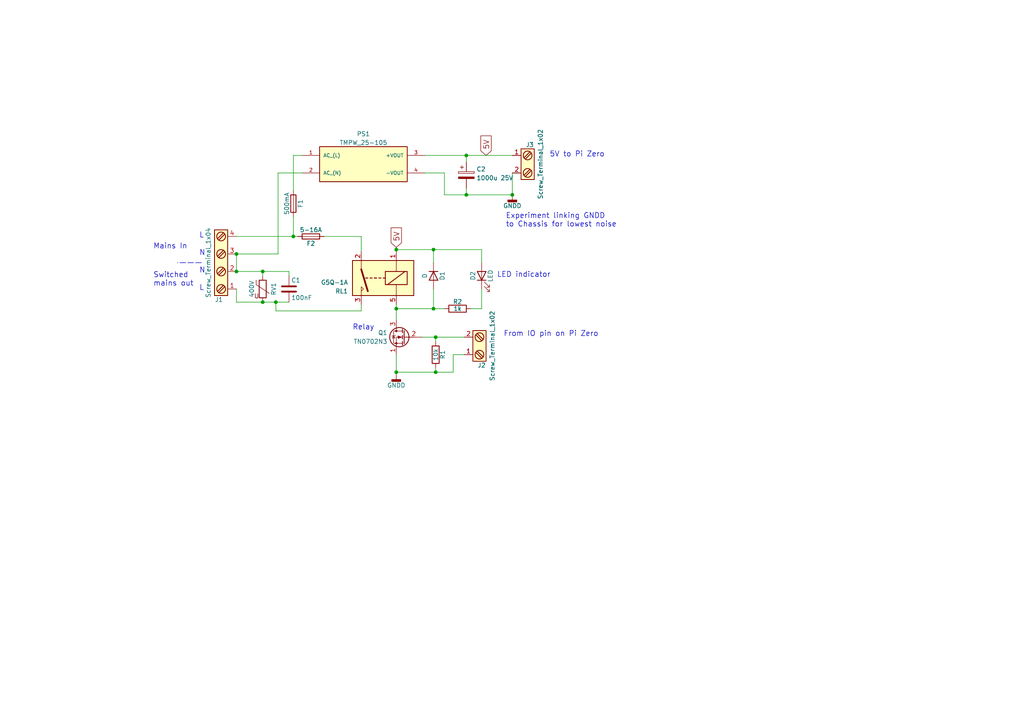
<source format=kicad_sch>
(kicad_sch (version 20211123) (generator eeschema)
  (paper "A4")
  (lib_symbols
    (symbol "Device:C" (pin_numbers hide) (pin_names (offset 0.254))
      (property "Reference" "C" (at 0.635 2.54 0))
      (property "Value" "C" (at 0.635 -2.54 0))
      (symbol "C_0_1"
        (polyline (pts (xy -2.032 -0.762) (xy 2.032 -0.762)) (stroke (width 0.508)))
        (polyline (pts (xy -2.032 0.762) (xy 2.032 0.762)) (stroke (width 0.508)))
      )
      (symbol "C_1_1"
        (pin passive line (at 0 3.81 270) (length 2.794) (name "~") (number "1"))
        (pin passive line (at 0 -3.81 90) (length 2.794) (name "~") (number "2"))
      )
    )
    (symbol "Device:C_Polarized" (pin_numbers hide) (pin_names (offset 0.254))
      (property "Reference" "C" (at 0.635 2.54 0))
      (property "Value" "C_Polarized" (at 0.635 -2.54 0))
      (symbol "C_Polarized_0_1"
        (rectangle (start -2.286 0.508) (end 2.286 1.016))
        (polyline (pts (xy -1.778 2.286) (xy -0.762 2.286)))
        (polyline (pts (xy -1.27 2.794) (xy -1.27 1.778)))
        (rectangle (start 2.286 -0.508) (end -2.286 -1.016) (fill (type outline)))
      )
      (symbol "C_Polarized_1_1"
        (pin passive line (at 0 3.81 270) (length 2.794) (name "~") (number "1"))
        (pin passive line (at 0 -3.81 90) (length 2.794) (name "~") (number "2"))
      )
    )
    (symbol "Device:D" (pin_numbers hide) (pin_names (offset 1.016) hide)
      (property "Reference" "D" (at 0 2.54 0))
      (property "Value" "D" (at 0 -2.54 0))
      (symbol "D_0_1"
        (polyline (pts (xy -1.27 1.27) (xy -1.27 -1.27)) (stroke (width 0.254)))
        (polyline (pts (xy 1.27 0) (xy -1.27 0)))
        (polyline (pts (xy 1.27 1.27) (xy 1.27 -1.27) (xy -1.27 0) (xy 1.27 1.27)) (stroke (width 0.254)))
      )
      (symbol "D_1_1"
        (pin passive line (at -3.81 0 0) (length 2.54) (name "K") (number "1"))
        (pin passive line (at 3.81 0 180) (length 2.54) (name "A") (number "2"))
      )
    )
    (symbol "Device:Fuse" (pin_numbers hide) (pin_names (offset 0))
      (property "Reference" "F" (at 2.032 0 90))
      (property "Value" "Fuse" (at -1.905 0 90))
      (symbol "Fuse_0_1"
        (rectangle (start -0.762 -2.54) (end 0.762 2.54) (stroke (width 0.254)))
        (polyline (pts (xy 0 2.54) (xy 0 -2.54)))
      )
      (symbol "Fuse_1_1"
        (pin passive line (at 0 3.81 270) (length 1.27) (name "~") (number "1"))
        (pin passive line (at 0 -3.81 90) (length 1.27) (name "~") (number "2"))
      )
    )
    (symbol "Device:LED" (pin_numbers hide) (pin_names (offset 1.016) hide)
      (property "Reference" "D" (at 0 2.54 0))
      (property "Value" "LED" (at 0 -2.54 0))
      (symbol "LED_0_1"
        (polyline (pts (xy -1.27 -1.27) (xy -1.27 1.27)) (stroke (width 0.254)))
        (polyline (pts (xy -1.27 0) (xy 1.27 0)))
        (polyline (pts (xy 1.27 -1.27) (xy 1.27 1.27) (xy -1.27 0) (xy 1.27 -1.27)) (stroke (width 0.254)))
        (polyline (pts (xy -3.048 -0.762) (xy -4.572 -2.286) (xy -3.81 -2.286) (xy -4.572 -2.286) (xy -4.572 -1.524)))
        (polyline (pts (xy -1.778 -0.762) (xy -3.302 -2.286) (xy -2.54 -2.286) (xy -3.302 -2.286) (xy -3.302 -1.524)))
      )
      (symbol "LED_1_1"
        (pin passive line (at -3.81 0 0) (length 2.54) (name "K") (number "1"))
        (pin passive line (at 3.81 0 180) (length 2.54) (name "A") (number "2"))
      )
    )
    (symbol "Device:Q_NMOS_SGD" (pin_names (offset 0) hide)
      (property "Reference" "Q" (at 5.08 1.27 0))
      (property "Value" "Q_NMOS_SGD" (at 5.08 -1.27 0))
      (symbol "Q_NMOS_SGD_0_1"
        (polyline (pts (xy 0.254 0) (xy -2.54 0)))
        (polyline (pts (xy 0.254 1.905) (xy 0.254 -1.905)) (stroke (width 0.254)))
        (polyline (pts (xy 0.762 -1.27) (xy 0.762 -2.286)) (stroke (width 0.254)))
        (polyline (pts (xy 0.762 0.508) (xy 0.762 -0.508)) (stroke (width 0.254)))
        (polyline (pts (xy 0.762 2.286) (xy 0.762 1.27)) (stroke (width 0.254)))
        (polyline (pts (xy 2.54 2.54) (xy 2.54 1.778)))
        (polyline (pts (xy 2.54 -2.54) (xy 2.54 0) (xy 0.762 0)))
        (polyline (pts (xy 0.762 -1.778) (xy 3.302 -1.778) (xy 3.302 1.778) (xy 0.762 1.778)))
        (polyline (pts (xy 1.016 0) (xy 2.032 0.381) (xy 2.032 -0.381) (xy 1.016 0)) (fill (type outline)))
        (polyline (pts (xy 2.794 0.508) (xy 2.921 0.381) (xy 3.683 0.381) (xy 3.81 0.254)))
        (polyline (pts (xy 3.302 0.381) (xy 2.921 -0.254) (xy 3.683 -0.254) (xy 3.302 0.381)))
        (circle (center 1.651 0) (radius 2.794) (stroke (width 0.254)))
        (circle (center 2.54 -1.778) (radius 0.254) (fill (type outline)))
        (circle (center 2.54 1.778) (radius 0.254) (fill (type outline)))
      )
      (symbol "Q_NMOS_SGD_1_1"
        (pin passive line (at 2.54 -5.08 90) (length 2.54) (name "S") (number "1"))
        (pin input line (at -5.08 0 0) (length 5.08) (name "G") (number "2"))
        (pin passive line (at 2.54 5.08 270) (length 2.54) (name "D") (number "3"))
      )
    )
    (symbol "Device:R" (pin_numbers hide) (pin_names (offset 0))
      (property "Reference" "R" (at 2.032 0 90))
      (property "Value" "R" (at 0 0 90))
      (symbol "R_0_1"
        (rectangle (start -1.016 -2.54) (end 1.016 2.54) (stroke (width 0.254)))
      )
      (symbol "R_1_1"
        (pin passive line (at 0 3.81 270) (length 1.27) (name "~") (number "1"))
        (pin passive line (at 0 -3.81 90) (length 1.27) (name "~") (number "2"))
      )
    )
    (symbol "Device:Varistor" (pin_numbers hide) (pin_names (offset 0))
      (property "Reference" "RV" (at 3.175 0 90))
      (property "Value" "Varistor" (at -3.175 0 90))
      (symbol "Varistor_0_0"
        (text "U" (at -1.778 -2.032 0) (effects (font (size 1.27 1.27))))
      )
      (symbol "Varistor_0_1"
        (rectangle (start -1.016 -2.54) (end 1.016 2.54) (stroke (width 0.254)))
        (polyline (pts (xy -1.905 2.54) (xy -1.905 1.27) (xy 1.905 -1.27)))
      )
      (symbol "Varistor_1_1"
        (pin passive line (at 0 3.81 270) (length 1.27) (name "~") (number "1"))
        (pin passive line (at 0 -3.81 90) (length 1.27) (name "~") (number "2"))
      )
    )
    (symbol "External:TMPW_25-105" (pin_names (offset 1.016))
      (property "Reference" "PS" (at -12.7 5.842 0))
      (property "Value" "TMPW_25-105" (at -12.7 -7.62 0))
      (symbol "TMPW_25-105_0_0"
        (rectangle (start -12.7 -5.08) (end 12.7 5.08) (stroke (width 0.254)) (fill (type background)))
        (pin input line (at -17.78 2.54 0) (length 5.08) (name "AC_(L)") (number "1"))
        (pin input line (at -17.78 -2.54 0) (length 5.08) (name "AC_(N)") (number "2"))
        (pin output line (at 17.78 2.54 180) (length 5.08) (name "+VOUT") (number "3"))
        (pin output line (at 17.78 -2.54 180) (length 5.08) (name "-VOUT") (number "4"))
      )
    )
    (symbol "PowerSupply-rescue:G5Q-1A" (pin_names (offset 1.016))
      (property "Reference" "K" (at 13.97 8.89 0))
      (property "Value" "G5Q-1A" (at 13.97 6.35 0))
      (symbol "G5Q-1A_0_0"
        (polyline (pts (xy 10.16 8.89) (xy 10.16 10.16)))
        (polyline (pts (xy 10.16 8.89) (xy 10.16 7.62) (xy 9.525 8.255) (xy 10.16 8.89)))
      )
      (symbol "G5Q-1A_0_1"
        (rectangle (start -5.08 10.16) (end 12.7 0) (stroke (width 0.254)) (fill (type background)))
        (rectangle (start -3.175 6.985) (end 3.175 3.175) (stroke (width 0.254)))
        (polyline (pts (xy -2.54 3.175) (xy 2.54 6.985)) (stroke (width 0.254)))
        (polyline (pts (xy 0 0) (xy 0 3.175)))
        (polyline (pts (xy 0 10.16) (xy 0 6.985)))
        (polyline (pts (xy 3.175 5.08) (xy 3.81 5.08)) (stroke (width 0.254)))
        (polyline (pts (xy 4.445 5.08) (xy 5.08 5.08)) (stroke (width 0.254)))
        (polyline (pts (xy 5.715 5.08) (xy 6.35 5.08)) (stroke (width 0.254)))
        (polyline (pts (xy 5.715 5.08) (xy 6.35 5.08)) (stroke (width 0.254)))
        (polyline (pts (xy 6.985 5.08) (xy 7.62 5.08)) (stroke (width 0.254)))
        (polyline (pts (xy 8.255 5.08) (xy 8.89 5.08)) (stroke (width 0.254)))
        (polyline (pts (xy 10.16 2.54) (xy 8.255 8.89)) (stroke (width 0.508)))
        (polyline (pts (xy 10.16 2.54) (xy 10.16 0)))
      )
      (symbol "G5Q-1A_1_1"
        (pin passive line (at 0 -2.54 90) (length 2.54) (name "~") (number "1"))
        (pin passive line (at 10.16 -2.54 90) (length 2.54) (name "~") (number "2"))
        (pin passive line (at 10.16 12.7 270) (length 2.54) (name "~") (number "3"))
        (pin passive line (at 0 12.7 270) (length 2.54) (name "~") (number "5"))
      )
    )
    (symbol "PowerSupply-rescue:Screw_Terminal_1x02" (pin_names (offset 0.762) hide)
      (property "Reference" "J" (at 0 6.35 0))
      (property "Value" "Screw_Terminal_1x02" (at -3.81 0 90))
      (symbol "Screw_Terminal_1x02_0_1"
        (rectangle (start -1.27 4.445) (end 2.54 -4.445) (stroke (width 0.254)) (fill (type background)))
        (polyline (pts (xy -0.381 -1.905) (xy 1.27 -3.556)) (stroke (width 0.254)))
        (polyline (pts (xy 0 3.556) (xy 1.651 1.905)) (stroke (width 0.254)))
        (polyline (pts (xy 1.27 1.524) (xy -0.381 3.175)) (stroke (width 0.254)))
        (polyline (pts (xy 1.651 -3.175) (xy 0 -1.524)) (stroke (width 0.254)))
        (circle (center 0.635 -2.54) (radius 1.27) (stroke (width 0.254)))
        (circle (center 0.635 2.54) (radius 1.27) (stroke (width 0.254)))
      )
      (symbol "Screw_Terminal_1x02_1_1"
        (pin passive line (at 5.08 2.54 180) (length 2.54) (name "~") (number "1"))
        (pin passive line (at 5.08 -2.54 180) (length 2.54) (name "~") (number "2"))
      )
    )
    (symbol "PowerSupply-rescue:Screw_Terminal_1x04" (pin_names (offset 0.762) hide)
      (property "Reference" "J" (at 0 11.43 0))
      (property "Value" "Screw_Terminal_1x04" (at -3.81 0 90))
      (symbol "Screw_Terminal_1x04_0_1"
        (rectangle (start -1.27 -9.525) (end 2.54 9.525) (stroke (width 0.254)) (fill (type background)))
        (polyline (pts (xy -0.381 -6.985) (xy 1.27 -8.636)) (stroke (width 0.254)))
        (polyline (pts (xy -0.381 3.175) (xy 1.27 1.524)) (stroke (width 0.254)))
        (polyline (pts (xy 0 -1.524) (xy 1.651 -3.175)) (stroke (width 0.254)))
        (polyline (pts (xy 0 8.636) (xy 1.651 6.985)) (stroke (width 0.254)))
        (polyline (pts (xy 1.27 -3.556) (xy -0.381 -1.905)) (stroke (width 0.254)))
        (polyline (pts (xy 1.27 6.604) (xy -0.381 8.255)) (stroke (width 0.254)))
        (polyline (pts (xy 1.651 -8.255) (xy 0 -6.604)) (stroke (width 0.254)))
        (polyline (pts (xy 1.651 1.905) (xy 0 3.556)) (stroke (width 0.254)))
        (circle (center 0.635 -7.62) (radius 1.27) (stroke (width 0.254)))
        (circle (center 0.635 -2.54) (radius 1.27) (stroke (width 0.254)))
        (circle (center 0.635 2.54) (radius 1.27) (stroke (width 0.254)))
        (circle (center 0.635 7.62) (radius 1.27) (stroke (width 0.254)))
      )
      (symbol "Screw_Terminal_1x04_1_1"
        (pin passive line (at 5.08 7.62 180) (length 2.54) (name "~") (number "1"))
        (pin passive line (at 5.08 2.54 180) (length 2.54) (name "~") (number "2"))
        (pin passive line (at 5.08 -2.54 180) (length 2.54) (name "~") (number "3"))
        (pin passive line (at 5.08 -7.62 180) (length 2.54) (name "~") (number "4"))
      )
    )
    (symbol "power:GNDD" (power) (pin_names (offset 0))
      (property "Value" "GNDD" (at 0 -3.175 0))
      (symbol "GNDD_0_1"
        (rectangle (start -1.27 -1.524) (end 1.27 -2.032) (stroke (width 0.254)) (fill (type outline)))
        (polyline (pts (xy 0 0) (xy 0 -1.524)))
      )
      (symbol "GNDD_1_1"
        (pin power_in line (at 0 0 270) (length 0) hide (name "GNDD") (number "1"))
      )
    )
  )
  (junction (at 68.58 78.74))
  (junction (at 135.255 56.515))
  (junction (at 68.58 73.66))
  (junction (at 126.365 107.95))
  (junction (at 135.255 45.085))
  (junction (at 125.73 89.535))
  (junction (at 76.2 78.74))
  (junction (at 114.935 107.95))
  (junction (at 114.935 72.39))
  (junction (at 148.59 56.515))
  (junction (at 85.09 68.58))
  (junction (at 126.365 97.79))
  (junction (at 76.2 87.63))
  (junction (at 80.01 87.63))
  (junction (at 125.73 72.39))
  (junction (at 114.935 89.535))
  (wire (pts (xy 85.09 45.085) (xy 87.63 45.085)))
  (wire (pts (xy 148.59 56.515) (xy 148.59 50.165)))
  (wire (pts (xy 114.935 72.39) (xy 125.73 72.39)))
  (wire (pts (xy 104.775 88.265) (xy 104.775 90.17)))
  (wire (pts (xy 125.73 89.535) (xy 128.905 89.535)))
  (wire (pts (xy 131.445 107.95) (xy 131.445 102.87)))
  (polyline (pts (xy 58.42 76.2) (xy 51.435 76.2)))
  (wire (pts (xy 114.935 71.755) (xy 114.935 72.39)))
  (wire (pts (xy 128.905 56.515) (xy 135.255 56.515)))
  (wire (pts (xy 68.58 87.63) (xy 68.58 83.82)))
  (wire (pts (xy 87.63 50.165) (xy 80.645 50.165)))
  (wire (pts (xy 68.58 78.74) (xy 76.2 78.74)))
  (wire (pts (xy 123.19 45.085) (xy 135.255 45.085)))
  (wire (pts (xy 85.09 68.58) (xy 85.09 62.865)))
  (wire (pts (xy 125.73 72.39) (xy 125.73 76.2)))
  (wire (pts (xy 114.935 88.265) (xy 114.935 89.535)))
  (wire (pts (xy 128.905 50.165) (xy 128.905 56.515)))
  (wire (pts (xy 93.98 68.58) (xy 104.775 68.58)))
  (wire (pts (xy 114.935 72.39) (xy 114.935 73.025)))
  (wire (pts (xy 126.365 99.06) (xy 126.365 97.79)))
  (wire (pts (xy 80.645 50.165) (xy 80.645 73.66)))
  (wire (pts (xy 76.2 87.63) (xy 80.01 87.63)))
  (wire (pts (xy 85.09 45.085) (xy 85.09 55.245)))
  (wire (pts (xy 125.73 72.39) (xy 139.7 72.39)))
  (wire (pts (xy 126.365 107.95) (xy 131.445 107.95)))
  (wire (pts (xy 104.775 68.58) (xy 104.775 73.025)))
  (wire (pts (xy 83.82 78.74) (xy 83.82 80.01)))
  (wire (pts (xy 104.775 90.17) (xy 80.01 90.17)))
  (wire (pts (xy 114.935 107.95) (xy 126.365 107.95)))
  (wire (pts (xy 76.2 78.74) (xy 83.82 78.74)))
  (wire (pts (xy 80.01 90.17) (xy 80.01 87.63)))
  (wire (pts (xy 135.255 56.515) (xy 148.59 56.515)))
  (wire (pts (xy 68.58 68.58) (xy 85.09 68.58)))
  (wire (pts (xy 126.365 106.68) (xy 126.365 107.95)))
  (wire (pts (xy 139.7 83.82) (xy 139.7 89.535)))
  (wire (pts (xy 131.445 102.87) (xy 134.62 102.87)))
  (wire (pts (xy 80.01 87.63) (xy 83.82 87.63)))
  (wire (pts (xy 76.2 78.74) (xy 76.2 80.01)))
  (wire (pts (xy 114.935 89.535) (xy 114.935 92.71)))
  (wire (pts (xy 135.255 45.085) (xy 148.59 45.085)))
  (wire (pts (xy 135.255 54.61) (xy 135.255 56.515)))
  (wire (pts (xy 114.935 89.535) (xy 125.73 89.535)))
  (wire (pts (xy 68.58 73.66) (xy 68.58 78.74)))
  (wire (pts (xy 122.555 97.79) (xy 126.365 97.79)))
  (wire (pts (xy 68.58 87.63) (xy 76.2 87.63)))
  (wire (pts (xy 135.255 45.085) (xy 135.255 46.99)))
  (wire (pts (xy 139.7 89.535) (xy 136.525 89.535)))
  (wire (pts (xy 80.645 73.66) (xy 68.58 73.66)))
  (wire (pts (xy 126.365 97.79) (xy 134.62 97.79)))
  (wire (pts (xy 114.935 102.87) (xy 114.935 107.95)))
  (wire (pts (xy 125.73 83.82) (xy 125.73 89.535)))
  (wire (pts (xy 139.7 72.39) (xy 139.7 76.2)))
  (wire (pts (xy 114.935 107.95) (xy 114.935 108.585)))
  (wire (pts (xy 85.09 68.58) (xy 86.36 68.58)))
  (wire (pts (xy 128.905 50.165) (xy 123.19 50.165)))
  (text "From IO pin on Pi Zero" (at 146.05 97.79 0) (effects (font (size 1.524 1.524)) (justify left bottom)))
  (text "Mains In" (at 44.45 72.39 0) (effects (font (size 1.524 1.524)) (justify left bottom)))
  (text "Relay" (at 102.235 95.885 0) (effects (font (size 1.524 1.524)) (justify left bottom)))
  (text "L" (at 57.785 84.455 0) (effects (font (size 1.524 1.524)) (justify left bottom)))
  (text "N" (at 57.785 74.295 0) (effects (font (size 1.524 1.524)) (justify left bottom)))
  (text "N" (at 57.785 79.375 0) (effects (font (size 1.524 1.524)) (justify left bottom)))
  (text "LED indicator" (at 144.145 80.645 0) (effects (font (size 1.524 1.524)) (justify left bottom)))
  (text "Switched\nmains out" (at 44.45 83.185 0) (effects (font (size 1.524 1.524)) (justify left bottom)))
  (text "Experiment linking GNDD\nto Chassis for lowest noise" (at 146.685 66.04 0) (effects (font (size 1.524 1.524)) (justify left bottom)))
  (text "L" (at 57.785 69.215 0) (effects (font (size 1.524 1.524)) (justify left bottom)))
  (text "5V to Pi Zero" (at 159.385 45.72 0) (effects (font (size 1.524 1.524)) (justify left bottom)))
  (global_label "5V" (shape input) (at 114.935 71.755 90) (effects (font (size 1.524 1.524))) (property "Intersheet References" "${INTERSHEET_REFS}" (effects hide)))
  (global_label "5V" (shape input) (at 140.97 45.085 90) (effects (font (size 1.524 1.524))) (property "Intersheet References" "${INTERSHEET_REFS}" (effects hide)))
  (symbol (lib_id "PowerSupply-rescue:G5Q-1A") (at 114.935 75.565 180) (unit 1)
    (property "Reference" "RL1" (at 100.965 84.455 0) (effects (justify left)))
    (property "Value" "G5Q-1A" (at 100.965 81.915 0) (effects (justify left)))
    (property "Footprint" "Relay_THT:Relay_SPST_Omron-G5Q-1A" (effects hide))
    (property "mpn" "G5Q-1A4-EU DC5" (effects hide))
  )
  (symbol (lib_id "PowerSupply-rescue:Screw_Terminal_1x02") (at 153.67 47.625 0) (mirror y) (unit 1)
    (property "Reference" "J3" (at 153.67 41.275 0) (effects (justify top)))
    (property "Value" "Screw_Terminal_1x02" (at 157.48 47.625 90) (effects (justify top)))
    (property "Footprint" "TerminalBlock_Phoenix:TerminalBlock_Phoenix_PT-1,5-2-3.5-H_1x02_P3.50mm_Horizontal" (effects hide))
  )
  (symbol (lib_id "Device:Fuse") (at 85.09 59.055 0) (unit 1)
    (property "Reference" "F1" (at 87.122 59.055 90))
    (property "Value" "500mA" (at 83.185 59.055 90))
    (property "Footprint" "Fuse:Fuseholder_Cylinder-5x20mm_Bulgin_FX0456_Vertical_Closed" (effects hide))
    (property "Datasheet" "576-65600001009" (effects hide))
    (property "mpn" "FX0456" (effects hide))
  )
  (symbol (lib_id "Device:Fuse") (at 90.17 68.58 90) (mirror x) (unit 1)
    (property "Reference" "F2" (at 90.17 70.612 90))
    (property "Value" "5-16A" (at 90.17 66.675 90))
    (property "Footprint" "Fuse:Fuseholder_Cylinder-5x20mm_Bulgin_FX0456_Vertical_Closed" (effects hide))
    (property "Datasheet" "576-65600001009" (effects hide))
    (property "mpn" "FX0456" (effects hide))
  )
  (symbol (lib_id "PowerSupply-rescue:Screw_Terminal_1x04") (at 63.5 76.2 0) (mirror x) (unit 1)
    (property "Reference" "J1" (at 63.5 87.63 0) (effects (justify top)))
    (property "Value" "Screw_Terminal_1x04" (at 59.69 76.2 90) (effects (justify top)))
    (property "Footprint" "TerminalBlock_Phoenix:TerminalBlock_Phoenix_PT-1,5-4-5.0-H_1x04_P5.00mm_Horizontal" (effects hide))
  )
  (symbol (lib_id "Device:Varistor") (at 76.2 83.82 0) (unit 1)
    (property "Reference" "RV1" (at 79.375 83.82 90))
    (property "Value" "400V" (at 73.025 83.82 90))
    (property "Footprint" "Varistor:RV_Disc_D7mm_W5.1mm_P5mm" (effects hide))
    (property "Datasheet" "871-B72207S251K101" (effects hide))
    (property "mpn" "495-3785-ND" (effects hide))
  )
  (symbol (lib_id "Device:C") (at 83.82 83.82 0) (unit 1)
    (property "Reference" "C1" (at 84.455 81.28 0) (effects (justify left)))
    (property "Value" "100nF" (at 84.455 86.36 0) (effects (justify left)))
    (property "Footprint" "Capacitor_THT:C_Rect_L18.0mm_W5.0mm_P15.00mm_FKS3_FKP3" (effects hide))
    (property "Datasheet" "80-R71PI3100JE3EK" (effects hide))
    (property "mpn" "80-R71PI3100JE3EK" (effects hide))
  )
  (symbol (lib_id "Device:D") (at 125.73 80.01 270) (unit 1)
    (property "Reference" "D1" (at 128.27 80.01 0))
    (property "Value" "D" (at 123.19 80.01 0))
    (property "Footprint" "Diode_THT:D_DO-41_SOD81_P3.81mm_Vertical_KathodeUp" (effects hide))
  )
  (symbol (lib_id "power:GNDD") (at 114.935 108.585 0) (unit 1)
    (property "Reference" "#PWR01" (effects hide))
    (property "Value" "GNDD" (at 114.935 111.76 0))
  )
  (symbol (lib_id "power:GNDD") (at 148.59 56.515 0) (unit 1)
    (property "Reference" "#PWR02" (effects hide))
    (property "Value" "GNDD" (at 148.59 59.69 0))
  )
  (symbol (lib_id "Device:LED") (at 139.7 80.01 90) (unit 1)
    (property "Reference" "D2" (at 137.16 80.01 0))
    (property "Value" "LED" (at 142.24 80.01 0))
    (property "Footprint" "Connector_PinHeader_2.54mm:PinHeader_1x02_P2.54mm_Vertical" (effects hide))
  )
  (symbol (lib_id "Device:R") (at 132.715 89.535 90) (unit 1)
    (property "Reference" "R2" (at 132.715 87.503 90))
    (property "Value" "1k" (at 132.715 89.535 90))
    (property "Footprint" "Resistor_THT:R_Axial_DIN0207_L6.3mm_D2.5mm_P2.54mm_Vertical" (effects hide))
  )
  (symbol (lib_id "Device:R") (at 126.365 102.87 0) (unit 1)
    (property "Reference" "R1" (at 128.397 102.87 90))
    (property "Value" "10k" (at 126.365 102.87 90))
    (property "Footprint" "Resistor_THT:R_Axial_DIN0207_L6.3mm_D2.5mm_P2.54mm_Vertical" (effects hide))
  )
  (symbol (lib_id "Device:Q_NMOS_SGD") (at 117.475 97.79 0) (mirror y) (unit 1)
    (property "Reference" "Q1" (at 112.395 96.52 0) (effects (justify left)))
    (property "Value" "TN0702N3" (at 112.395 99.06 0) (effects (justify left)))
    (property "Footprint" "Package_TO_SOT_THT:TO-92_HandSolder" (effects hide))
    (property "mpn" "TN0702N3-G" (effects hide))
  )
  (symbol (lib_id "PowerSupply-rescue:Screw_Terminal_1x02") (at 139.7 100.33 180) (unit 1)
    (property "Reference" "J2" (at 139.7 106.68 0) (effects (justify top)))
    (property "Value" "Screw_Terminal_1x02" (at 143.51 100.33 90) (effects (justify top)))
    (property "Footprint" "TerminalBlock_Phoenix:TerminalBlock_Phoenix_PT-1,5-2-3.5-H_1x02_P3.50mm_Horizontal" (effects hide))
  )
  (symbol (lib_id "External:TMPW_25-105") (at 105.41 47.625 0) (unit 1)
    (property "Reference" "PS1" (at 105.41 38.8452 0))
    (property "Value" "TMPW_25-105" (at 105.41 41.3821 0))
    (property "Footprint" "External:CONV_TMPW_25-105" (effects hide))
    (property "PARTREV" "April 20,2021" (effects hide))
    (property "MAXIMUM_PACKAGE_HEIGHT" "24mm" (effects hide))
    (property "STANDARD" "IPC 7351B" (effects hide))
    (property "MANUFACTURER" "Traco Power" (effects hide))
    (property "mpn" "TMPW 25-105" (effects hide))
  )
  (symbol (lib_id "Device:C_Polarized") (at 135.255 50.8 0) (unit 1)
    (property "Reference" "C2" (at 138.176 49.0763 0) (effects (justify left)))
    (property "Value" "1000u 25V" (at 138.176 51.6132 0) (effects (justify left)))
    (property "Footprint" "Capacitor_THT:CP_Radial_D10.0mm_P5.00mm" (effects hide))
  )
)
</source>
